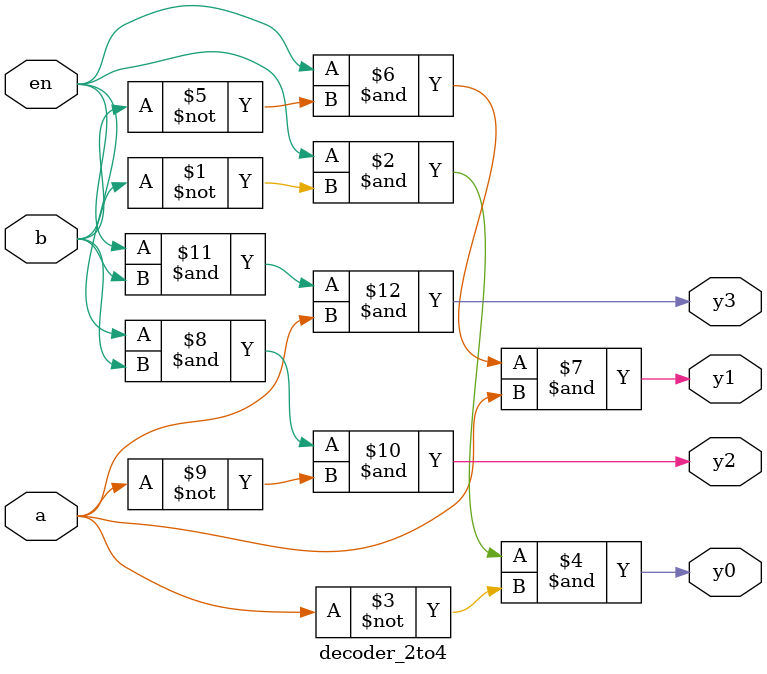
<source format=v>
module decoder_2to4(
    input en,       // Enable signal
    input a,        // Input bit 0
    input b,        // Input bit 1
    output y0,      // Output 0
    output y1,      // Output 1
    output y2,      // Output 2
    output y3       // Output 3
);

// Assign statements to generate the outputs based on inputs and enable
assign y0 = en & ~b & ~a;  // Output y0 is enabled when en is high, b is 0, and a is 0
assign y1 = en & ~b & a;   // Output y1 is enabled when en is high, b is 0, and a is 1
assign y2 = en & b & ~a;   // Output y2 is enabled when en is high, b is 1, and a is 0
assign y3 = en & b & a;    // Output y3 is enabled when en is high, b is 1, and a is 1

endmodule

</source>
